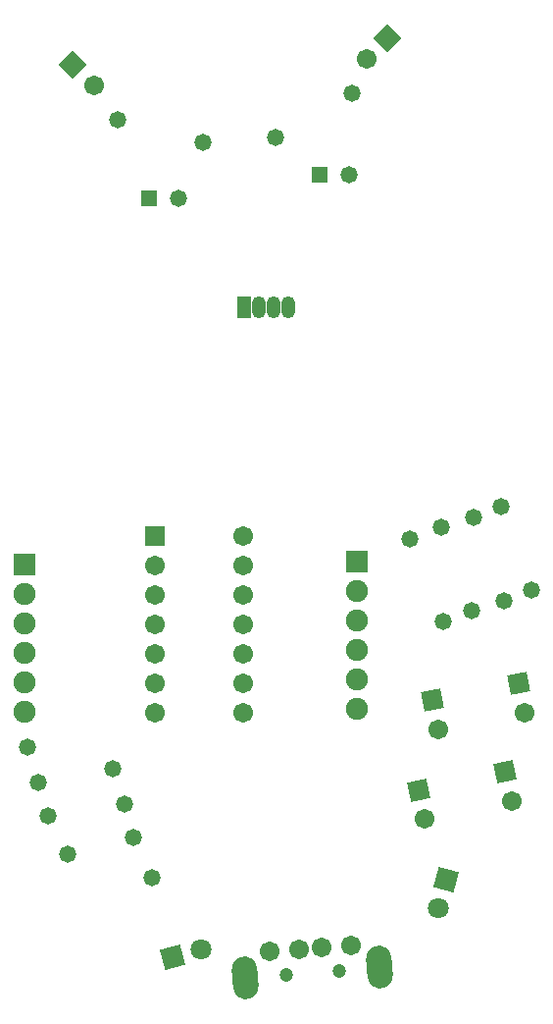
<source format=gbr>
G04 DipTrace 3.0.0.2*
G04 TopMask.gbr*
%MOMM*%
G04 #@! TF.FileFunction,Soldermask,Top*
G04 #@! TF.Part,Single*
%AMOUTLINE1*5,1,4,0,0,2.55011,30.0*%
%AMOUTLINE4*5,1,4,0,0,2.55011,-30.0*%
%AMOUTLINE7*5,1,4,0,0,2.40869,-90.0*%
%AMOUTLINE10*5,1,4,0,0,2.40869,-180.0*%
%AMOUTLINE13*5,1,4,0,0,2.40869,-124.1361*%
%AMOUTLINE16*5,1,4,0,0,2.40869,-123.0183*%
%AMOUTLINE19*
4,1,16,
-1.03521,-0.84951,
-0.89035,-1.3068,
-0.55337,-1.66449,
-0.09458,-1.84055,
0.39518,-1.80011,
0.81889,-1.55118,
1.09263,-1.14307,
1.16052,-0.66822,
1.03521,0.84951,
0.89035,1.3068,
0.55337,1.66449,
0.09458,1.84055,
-0.39518,1.80011,
-0.81889,1.55118,
-1.09263,1.14307,
-1.16052,0.66822,
-1.03521,-0.84951,
0*%
%ADD31C,1.2*%
%ADD42R,1.7032X1.7032*%
%ADD44C,1.7032*%
%ADD48C,1.4732*%
%ADD54C,1.9032*%
%ADD56R,1.9032X1.9032*%
%ADD58C,1.7032*%
%ADD60R,1.2532X1.9032*%
%ADD62O,1.2532X1.9032*%
%ADD64R,1.4732X1.4732*%
%ADD66C,1.4732*%
%ADD68C,1.8032*%
%ADD78OUTLINE1*%
%ADD81OUTLINE4*%
%ADD84OUTLINE7*%
%ADD87OUTLINE10*%
%ADD90OUTLINE13*%
%ADD93OUTLINE16*%
%ADD96OUTLINE19*%
%FSLAX35Y35*%
G04*
G71*
G90*
G75*
G01*
G04 TopMask*
%LPD*%
D68*
X4908883Y1914167D3*
D78*
X4974623Y2159513D3*
D68*
X2863469Y1556327D3*
D81*
X2618124Y1490587D3*
D66*
X2665323Y8031483D3*
D64*
X2411323D3*
D66*
X4139237Y8235800D3*
D64*
X3885237D3*
D62*
X3609400Y7090623D3*
X3355400D3*
D60*
X3228400D3*
D62*
X3482400D3*
D84*
X1753827Y9183069D3*
D58*
X1933433Y9003464D3*
D87*
X4471873Y9412099D3*
D58*
X4292267Y9232494D3*
D56*
X4208653Y4898273D3*
D54*
Y4644273D3*
Y4390273D3*
Y4136273D3*
Y3882273D3*
Y3628273D3*
D56*
X1332883Y4873297D3*
D54*
Y4619297D3*
Y4365297D3*
Y4111297D3*
Y3857297D3*
Y3603297D3*
D66*
X2879718Y8515007D3*
D48*
X2143682Y8712227D3*
D66*
X3502744Y8557823D3*
D48*
X4162656Y8938823D3*
D66*
X2196790Y2810321D3*
D48*
X1456957Y2992779D3*
D66*
X4661854Y5093642D3*
D48*
X4947413Y4387172D3*
D66*
X1704717Y2381739D3*
D48*
X2438730Y2177121D3*
D66*
X2276158Y2524599D3*
D48*
X1535522Y2703768D3*
D66*
X2101550Y3111912D3*
D48*
X1362317Y3296788D3*
D90*
X4857513Y3704774D3*
D44*
X4905386Y3455327D3*
X5653729Y3598946D3*
D90*
X5605856Y3848393D3*
D93*
X4741309Y2929205D3*
D44*
X4794039Y2680738D3*
X5539438Y2838929D3*
D93*
X5486708Y3087395D3*
D42*
X2463560Y5122747D3*
D58*
Y4868747D3*
Y4614747D3*
Y4360747D3*
Y4106747D3*
Y3852747D3*
Y3598747D3*
X3225560D3*
Y3852747D3*
Y4106747D3*
Y4360747D3*
Y4614747D3*
Y4868747D3*
Y5122747D3*
D66*
X5452444Y5374736D3*
D48*
X5713063Y4658690D3*
D66*
X5211170Y5279183D3*
D48*
X5471790Y4563137D3*
D66*
X4933757Y5193686D3*
D48*
X5194376Y4477640D3*
D58*
X3704758Y1556330D3*
X3904080Y1572787D3*
X4153232Y1593359D3*
X3455606Y1535758D3*
D96*
X3238684Y1307132D3*
X4404716Y1403409D3*
D31*
X4050920Y1374197D3*
X3592480Y1336344D3*
M02*

</source>
